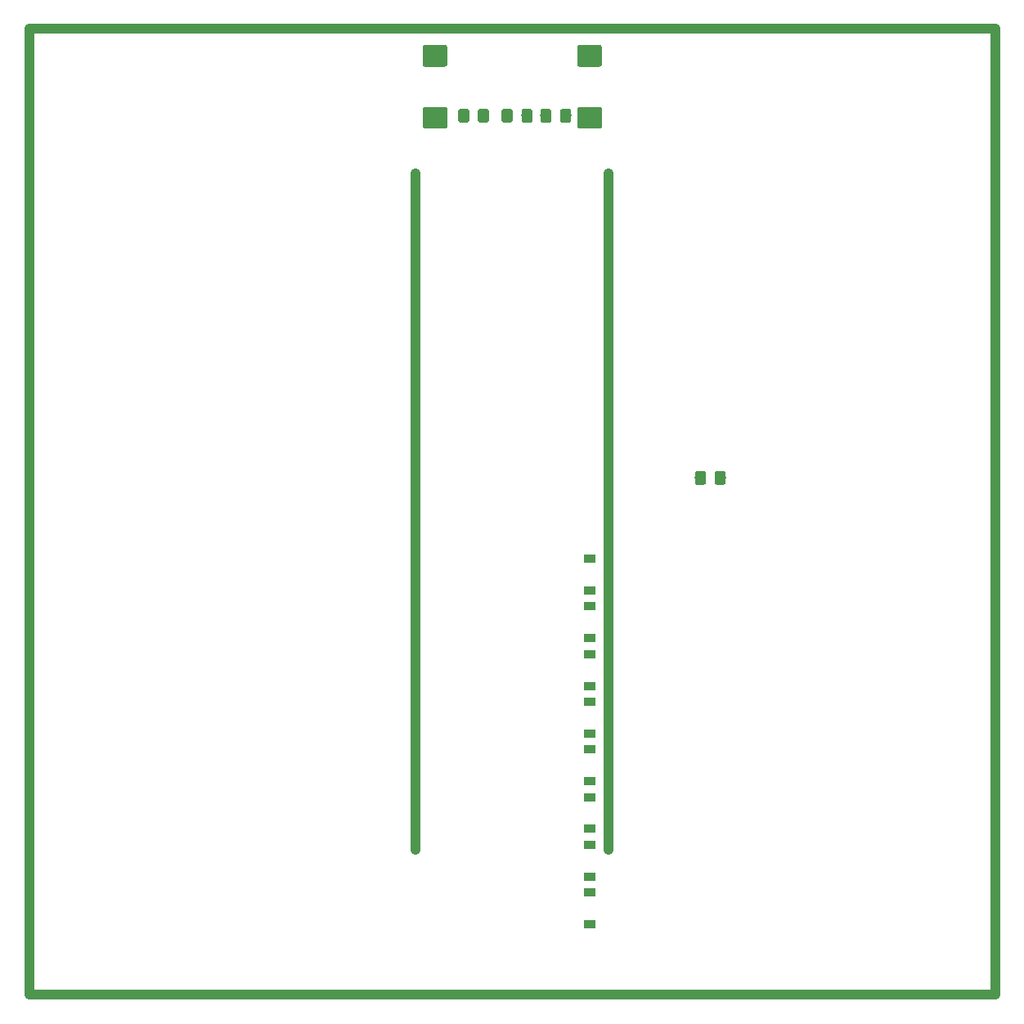
<source format=gbr>
%TF.GenerationSoftware,KiCad,Pcbnew,(5.0.0)*%
%TF.CreationDate,2019-01-26T23:41:26+01:00*%
%TF.ProjectId,Kicad_JE_SteinerVCF,4B696361645F4A455F537465696E6572,Rev A*%
%TF.SameCoordinates,Original*%
%TF.FileFunction,Paste,Top*%
%TF.FilePolarity,Positive*%
%FSLAX46Y46*%
G04 Gerber Fmt 4.6, Leading zero omitted, Abs format (unit mm)*
G04 Created by KiCad (PCBNEW (5.0.0)) date 01/26/19 23:41:26*
%MOMM*%
%LPD*%
G01*
G04 APERTURE LIST*
%ADD10C,1.000000*%
%ADD11R,1.200000X0.900000*%
%ADD12C,0.150000*%
%ADD13C,1.150000*%
%ADD14C,2.250000*%
G04 APERTURE END LIST*
D10*
X110000000Y-135000000D02*
X110000000Y-65000000D01*
X110000000Y-65000000D02*
X110000000Y-135000000D01*
X90000000Y-135000000D02*
X90000000Y-65000000D01*
X90000000Y-65000000D02*
X90000000Y-135000000D01*
X150000000Y-50000000D02*
X50000000Y-50000000D01*
X150000000Y-150000000D02*
X150000000Y-50000000D01*
X50000000Y-150000000D02*
X150000000Y-150000000D01*
X50000000Y-50000000D02*
X50000000Y-150000000D01*
D11*
X107986181Y-142695825D03*
X107986181Y-139395825D03*
X107986181Y-134463441D03*
X107986181Y-137763441D03*
X107986181Y-132831057D03*
X107986181Y-129531057D03*
X107986181Y-124598673D03*
X107986181Y-127898673D03*
X107986181Y-122966289D03*
X107986181Y-119666289D03*
X107986181Y-114733905D03*
X107986181Y-118033905D03*
X107986181Y-113101521D03*
X107986181Y-109801521D03*
X107986181Y-104869137D03*
X107986181Y-108169137D03*
D12*
G36*
X103824505Y-58301204D02*
X103848773Y-58304804D01*
X103872572Y-58310765D01*
X103895671Y-58319030D01*
X103917850Y-58329520D01*
X103938893Y-58342132D01*
X103958599Y-58356747D01*
X103976777Y-58373223D01*
X103993253Y-58391401D01*
X104007868Y-58411107D01*
X104020480Y-58432150D01*
X104030970Y-58454329D01*
X104039235Y-58477428D01*
X104045196Y-58501227D01*
X104048796Y-58525495D01*
X104050000Y-58549999D01*
X104050000Y-59450001D01*
X104048796Y-59474505D01*
X104045196Y-59498773D01*
X104039235Y-59522572D01*
X104030970Y-59545671D01*
X104020480Y-59567850D01*
X104007868Y-59588893D01*
X103993253Y-59608599D01*
X103976777Y-59626777D01*
X103958599Y-59643253D01*
X103938893Y-59657868D01*
X103917850Y-59670480D01*
X103895671Y-59680970D01*
X103872572Y-59689235D01*
X103848773Y-59695196D01*
X103824505Y-59698796D01*
X103800001Y-59700000D01*
X103149999Y-59700000D01*
X103125495Y-59698796D01*
X103101227Y-59695196D01*
X103077428Y-59689235D01*
X103054329Y-59680970D01*
X103032150Y-59670480D01*
X103011107Y-59657868D01*
X102991401Y-59643253D01*
X102973223Y-59626777D01*
X102956747Y-59608599D01*
X102942132Y-59588893D01*
X102929520Y-59567850D01*
X102919030Y-59545671D01*
X102910765Y-59522572D01*
X102904804Y-59498773D01*
X102901204Y-59474505D01*
X102900000Y-59450001D01*
X102900000Y-58549999D01*
X102901204Y-58525495D01*
X102904804Y-58501227D01*
X102910765Y-58477428D01*
X102919030Y-58454329D01*
X102929520Y-58432150D01*
X102942132Y-58411107D01*
X102956747Y-58391401D01*
X102973223Y-58373223D01*
X102991401Y-58356747D01*
X103011107Y-58342132D01*
X103032150Y-58329520D01*
X103054329Y-58319030D01*
X103077428Y-58310765D01*
X103101227Y-58304804D01*
X103125495Y-58301204D01*
X103149999Y-58300000D01*
X103800001Y-58300000D01*
X103824505Y-58301204D01*
X103824505Y-58301204D01*
G37*
D13*
X103475000Y-59000000D03*
D12*
G36*
X105874505Y-58301204D02*
X105898773Y-58304804D01*
X105922572Y-58310765D01*
X105945671Y-58319030D01*
X105967850Y-58329520D01*
X105988893Y-58342132D01*
X106008599Y-58356747D01*
X106026777Y-58373223D01*
X106043253Y-58391401D01*
X106057868Y-58411107D01*
X106070480Y-58432150D01*
X106080970Y-58454329D01*
X106089235Y-58477428D01*
X106095196Y-58501227D01*
X106098796Y-58525495D01*
X106100000Y-58549999D01*
X106100000Y-59450001D01*
X106098796Y-59474505D01*
X106095196Y-59498773D01*
X106089235Y-59522572D01*
X106080970Y-59545671D01*
X106070480Y-59567850D01*
X106057868Y-59588893D01*
X106043253Y-59608599D01*
X106026777Y-59626777D01*
X106008599Y-59643253D01*
X105988893Y-59657868D01*
X105967850Y-59670480D01*
X105945671Y-59680970D01*
X105922572Y-59689235D01*
X105898773Y-59695196D01*
X105874505Y-59698796D01*
X105850001Y-59700000D01*
X105199999Y-59700000D01*
X105175495Y-59698796D01*
X105151227Y-59695196D01*
X105127428Y-59689235D01*
X105104329Y-59680970D01*
X105082150Y-59670480D01*
X105061107Y-59657868D01*
X105041401Y-59643253D01*
X105023223Y-59626777D01*
X105006747Y-59608599D01*
X104992132Y-59588893D01*
X104979520Y-59567850D01*
X104969030Y-59545671D01*
X104960765Y-59522572D01*
X104954804Y-59498773D01*
X104951204Y-59474505D01*
X104950000Y-59450001D01*
X104950000Y-58549999D01*
X104951204Y-58525495D01*
X104954804Y-58501227D01*
X104960765Y-58477428D01*
X104969030Y-58454329D01*
X104979520Y-58432150D01*
X104992132Y-58411107D01*
X105006747Y-58391401D01*
X105023223Y-58373223D01*
X105041401Y-58356747D01*
X105061107Y-58342132D01*
X105082150Y-58329520D01*
X105104329Y-58319030D01*
X105127428Y-58310765D01*
X105151227Y-58304804D01*
X105175495Y-58301204D01*
X105199999Y-58300000D01*
X105850001Y-58300000D01*
X105874505Y-58301204D01*
X105874505Y-58301204D01*
G37*
D13*
X105525000Y-59000000D03*
D12*
G36*
X97374505Y-58301204D02*
X97398773Y-58304804D01*
X97422572Y-58310765D01*
X97445671Y-58319030D01*
X97467850Y-58329520D01*
X97488893Y-58342132D01*
X97508599Y-58356747D01*
X97526777Y-58373223D01*
X97543253Y-58391401D01*
X97557868Y-58411107D01*
X97570480Y-58432150D01*
X97580970Y-58454329D01*
X97589235Y-58477428D01*
X97595196Y-58501227D01*
X97598796Y-58525495D01*
X97600000Y-58549999D01*
X97600000Y-59450001D01*
X97598796Y-59474505D01*
X97595196Y-59498773D01*
X97589235Y-59522572D01*
X97580970Y-59545671D01*
X97570480Y-59567850D01*
X97557868Y-59588893D01*
X97543253Y-59608599D01*
X97526777Y-59626777D01*
X97508599Y-59643253D01*
X97488893Y-59657868D01*
X97467850Y-59670480D01*
X97445671Y-59680970D01*
X97422572Y-59689235D01*
X97398773Y-59695196D01*
X97374505Y-59698796D01*
X97350001Y-59700000D01*
X96699999Y-59700000D01*
X96675495Y-59698796D01*
X96651227Y-59695196D01*
X96627428Y-59689235D01*
X96604329Y-59680970D01*
X96582150Y-59670480D01*
X96561107Y-59657868D01*
X96541401Y-59643253D01*
X96523223Y-59626777D01*
X96506747Y-59608599D01*
X96492132Y-59588893D01*
X96479520Y-59567850D01*
X96469030Y-59545671D01*
X96460765Y-59522572D01*
X96454804Y-59498773D01*
X96451204Y-59474505D01*
X96450000Y-59450001D01*
X96450000Y-58549999D01*
X96451204Y-58525495D01*
X96454804Y-58501227D01*
X96460765Y-58477428D01*
X96469030Y-58454329D01*
X96479520Y-58432150D01*
X96492132Y-58411107D01*
X96506747Y-58391401D01*
X96523223Y-58373223D01*
X96541401Y-58356747D01*
X96561107Y-58342132D01*
X96582150Y-58329520D01*
X96604329Y-58319030D01*
X96627428Y-58310765D01*
X96651227Y-58304804D01*
X96675495Y-58301204D01*
X96699999Y-58300000D01*
X97350001Y-58300000D01*
X97374505Y-58301204D01*
X97374505Y-58301204D01*
G37*
D13*
X97025000Y-59000000D03*
D12*
G36*
X95324505Y-58301204D02*
X95348773Y-58304804D01*
X95372572Y-58310765D01*
X95395671Y-58319030D01*
X95417850Y-58329520D01*
X95438893Y-58342132D01*
X95458599Y-58356747D01*
X95476777Y-58373223D01*
X95493253Y-58391401D01*
X95507868Y-58411107D01*
X95520480Y-58432150D01*
X95530970Y-58454329D01*
X95539235Y-58477428D01*
X95545196Y-58501227D01*
X95548796Y-58525495D01*
X95550000Y-58549999D01*
X95550000Y-59450001D01*
X95548796Y-59474505D01*
X95545196Y-59498773D01*
X95539235Y-59522572D01*
X95530970Y-59545671D01*
X95520480Y-59567850D01*
X95507868Y-59588893D01*
X95493253Y-59608599D01*
X95476777Y-59626777D01*
X95458599Y-59643253D01*
X95438893Y-59657868D01*
X95417850Y-59670480D01*
X95395671Y-59680970D01*
X95372572Y-59689235D01*
X95348773Y-59695196D01*
X95324505Y-59698796D01*
X95300001Y-59700000D01*
X94649999Y-59700000D01*
X94625495Y-59698796D01*
X94601227Y-59695196D01*
X94577428Y-59689235D01*
X94554329Y-59680970D01*
X94532150Y-59670480D01*
X94511107Y-59657868D01*
X94491401Y-59643253D01*
X94473223Y-59626777D01*
X94456747Y-59608599D01*
X94442132Y-59588893D01*
X94429520Y-59567850D01*
X94419030Y-59545671D01*
X94410765Y-59522572D01*
X94404804Y-59498773D01*
X94401204Y-59474505D01*
X94400000Y-59450001D01*
X94400000Y-58549999D01*
X94401204Y-58525495D01*
X94404804Y-58501227D01*
X94410765Y-58477428D01*
X94419030Y-58454329D01*
X94429520Y-58432150D01*
X94442132Y-58411107D01*
X94456747Y-58391401D01*
X94473223Y-58373223D01*
X94491401Y-58356747D01*
X94511107Y-58342132D01*
X94532150Y-58329520D01*
X94554329Y-58319030D01*
X94577428Y-58310765D01*
X94601227Y-58304804D01*
X94625495Y-58301204D01*
X94649999Y-58300000D01*
X95300001Y-58300000D01*
X95324505Y-58301204D01*
X95324505Y-58301204D01*
G37*
D13*
X94975000Y-59000000D03*
D12*
G36*
X101874505Y-58301204D02*
X101898773Y-58304804D01*
X101922572Y-58310765D01*
X101945671Y-58319030D01*
X101967850Y-58329520D01*
X101988893Y-58342132D01*
X102008599Y-58356747D01*
X102026777Y-58373223D01*
X102043253Y-58391401D01*
X102057868Y-58411107D01*
X102070480Y-58432150D01*
X102080970Y-58454329D01*
X102089235Y-58477428D01*
X102095196Y-58501227D01*
X102098796Y-58525495D01*
X102100000Y-58549999D01*
X102100000Y-59450001D01*
X102098796Y-59474505D01*
X102095196Y-59498773D01*
X102089235Y-59522572D01*
X102080970Y-59545671D01*
X102070480Y-59567850D01*
X102057868Y-59588893D01*
X102043253Y-59608599D01*
X102026777Y-59626777D01*
X102008599Y-59643253D01*
X101988893Y-59657868D01*
X101967850Y-59670480D01*
X101945671Y-59680970D01*
X101922572Y-59689235D01*
X101898773Y-59695196D01*
X101874505Y-59698796D01*
X101850001Y-59700000D01*
X101199999Y-59700000D01*
X101175495Y-59698796D01*
X101151227Y-59695196D01*
X101127428Y-59689235D01*
X101104329Y-59680970D01*
X101082150Y-59670480D01*
X101061107Y-59657868D01*
X101041401Y-59643253D01*
X101023223Y-59626777D01*
X101006747Y-59608599D01*
X100992132Y-59588893D01*
X100979520Y-59567850D01*
X100969030Y-59545671D01*
X100960765Y-59522572D01*
X100954804Y-59498773D01*
X100951204Y-59474505D01*
X100950000Y-59450001D01*
X100950000Y-58549999D01*
X100951204Y-58525495D01*
X100954804Y-58501227D01*
X100960765Y-58477428D01*
X100969030Y-58454329D01*
X100979520Y-58432150D01*
X100992132Y-58411107D01*
X101006747Y-58391401D01*
X101023223Y-58373223D01*
X101041401Y-58356747D01*
X101061107Y-58342132D01*
X101082150Y-58329520D01*
X101104329Y-58319030D01*
X101127428Y-58310765D01*
X101151227Y-58304804D01*
X101175495Y-58301204D01*
X101199999Y-58300000D01*
X101850001Y-58300000D01*
X101874505Y-58301204D01*
X101874505Y-58301204D01*
G37*
D13*
X101525000Y-59000000D03*
D12*
G36*
X99824505Y-58301204D02*
X99848773Y-58304804D01*
X99872572Y-58310765D01*
X99895671Y-58319030D01*
X99917850Y-58329520D01*
X99938893Y-58342132D01*
X99958599Y-58356747D01*
X99976777Y-58373223D01*
X99993253Y-58391401D01*
X100007868Y-58411107D01*
X100020480Y-58432150D01*
X100030970Y-58454329D01*
X100039235Y-58477428D01*
X100045196Y-58501227D01*
X100048796Y-58525495D01*
X100050000Y-58549999D01*
X100050000Y-59450001D01*
X100048796Y-59474505D01*
X100045196Y-59498773D01*
X100039235Y-59522572D01*
X100030970Y-59545671D01*
X100020480Y-59567850D01*
X100007868Y-59588893D01*
X99993253Y-59608599D01*
X99976777Y-59626777D01*
X99958599Y-59643253D01*
X99938893Y-59657868D01*
X99917850Y-59670480D01*
X99895671Y-59680970D01*
X99872572Y-59689235D01*
X99848773Y-59695196D01*
X99824505Y-59698796D01*
X99800001Y-59700000D01*
X99149999Y-59700000D01*
X99125495Y-59698796D01*
X99101227Y-59695196D01*
X99077428Y-59689235D01*
X99054329Y-59680970D01*
X99032150Y-59670480D01*
X99011107Y-59657868D01*
X98991401Y-59643253D01*
X98973223Y-59626777D01*
X98956747Y-59608599D01*
X98942132Y-59588893D01*
X98929520Y-59567850D01*
X98919030Y-59545671D01*
X98910765Y-59522572D01*
X98904804Y-59498773D01*
X98901204Y-59474505D01*
X98900000Y-59450001D01*
X98900000Y-58549999D01*
X98901204Y-58525495D01*
X98904804Y-58501227D01*
X98910765Y-58477428D01*
X98919030Y-58454329D01*
X98929520Y-58432150D01*
X98942132Y-58411107D01*
X98956747Y-58391401D01*
X98973223Y-58373223D01*
X98991401Y-58356747D01*
X99011107Y-58342132D01*
X99032150Y-58329520D01*
X99054329Y-58319030D01*
X99077428Y-58310765D01*
X99101227Y-58304804D01*
X99125495Y-58301204D01*
X99149999Y-58300000D01*
X99800001Y-58300000D01*
X99824505Y-58301204D01*
X99824505Y-58301204D01*
G37*
D13*
X99475000Y-59000000D03*
D12*
G36*
X109049505Y-58076204D02*
X109073773Y-58079804D01*
X109097572Y-58085765D01*
X109120671Y-58094030D01*
X109142850Y-58104520D01*
X109163893Y-58117132D01*
X109183599Y-58131747D01*
X109201777Y-58148223D01*
X109218253Y-58166401D01*
X109232868Y-58186107D01*
X109245480Y-58207150D01*
X109255970Y-58229329D01*
X109264235Y-58252428D01*
X109270196Y-58276227D01*
X109273796Y-58300495D01*
X109275000Y-58324999D01*
X109275000Y-60075001D01*
X109273796Y-60099505D01*
X109270196Y-60123773D01*
X109264235Y-60147572D01*
X109255970Y-60170671D01*
X109245480Y-60192850D01*
X109232868Y-60213893D01*
X109218253Y-60233599D01*
X109201777Y-60251777D01*
X109183599Y-60268253D01*
X109163893Y-60282868D01*
X109142850Y-60295480D01*
X109120671Y-60305970D01*
X109097572Y-60314235D01*
X109073773Y-60320196D01*
X109049505Y-60323796D01*
X109025001Y-60325000D01*
X106974999Y-60325000D01*
X106950495Y-60323796D01*
X106926227Y-60320196D01*
X106902428Y-60314235D01*
X106879329Y-60305970D01*
X106857150Y-60295480D01*
X106836107Y-60282868D01*
X106816401Y-60268253D01*
X106798223Y-60251777D01*
X106781747Y-60233599D01*
X106767132Y-60213893D01*
X106754520Y-60192850D01*
X106744030Y-60170671D01*
X106735765Y-60147572D01*
X106729804Y-60123773D01*
X106726204Y-60099505D01*
X106725000Y-60075001D01*
X106725000Y-58324999D01*
X106726204Y-58300495D01*
X106729804Y-58276227D01*
X106735765Y-58252428D01*
X106744030Y-58229329D01*
X106754520Y-58207150D01*
X106767132Y-58186107D01*
X106781747Y-58166401D01*
X106798223Y-58148223D01*
X106816401Y-58131747D01*
X106836107Y-58117132D01*
X106857150Y-58104520D01*
X106879329Y-58094030D01*
X106902428Y-58085765D01*
X106926227Y-58079804D01*
X106950495Y-58076204D01*
X106974999Y-58075000D01*
X109025001Y-58075000D01*
X109049505Y-58076204D01*
X109049505Y-58076204D01*
G37*
D14*
X108000000Y-59200000D03*
D12*
G36*
X109049505Y-51676204D02*
X109073773Y-51679804D01*
X109097572Y-51685765D01*
X109120671Y-51694030D01*
X109142850Y-51704520D01*
X109163893Y-51717132D01*
X109183599Y-51731747D01*
X109201777Y-51748223D01*
X109218253Y-51766401D01*
X109232868Y-51786107D01*
X109245480Y-51807150D01*
X109255970Y-51829329D01*
X109264235Y-51852428D01*
X109270196Y-51876227D01*
X109273796Y-51900495D01*
X109275000Y-51924999D01*
X109275000Y-53675001D01*
X109273796Y-53699505D01*
X109270196Y-53723773D01*
X109264235Y-53747572D01*
X109255970Y-53770671D01*
X109245480Y-53792850D01*
X109232868Y-53813893D01*
X109218253Y-53833599D01*
X109201777Y-53851777D01*
X109183599Y-53868253D01*
X109163893Y-53882868D01*
X109142850Y-53895480D01*
X109120671Y-53905970D01*
X109097572Y-53914235D01*
X109073773Y-53920196D01*
X109049505Y-53923796D01*
X109025001Y-53925000D01*
X106974999Y-53925000D01*
X106950495Y-53923796D01*
X106926227Y-53920196D01*
X106902428Y-53914235D01*
X106879329Y-53905970D01*
X106857150Y-53895480D01*
X106836107Y-53882868D01*
X106816401Y-53868253D01*
X106798223Y-53851777D01*
X106781747Y-53833599D01*
X106767132Y-53813893D01*
X106754520Y-53792850D01*
X106744030Y-53770671D01*
X106735765Y-53747572D01*
X106729804Y-53723773D01*
X106726204Y-53699505D01*
X106725000Y-53675001D01*
X106725000Y-51924999D01*
X106726204Y-51900495D01*
X106729804Y-51876227D01*
X106735765Y-51852428D01*
X106744030Y-51829329D01*
X106754520Y-51807150D01*
X106767132Y-51786107D01*
X106781747Y-51766401D01*
X106798223Y-51748223D01*
X106816401Y-51731747D01*
X106836107Y-51717132D01*
X106857150Y-51704520D01*
X106879329Y-51694030D01*
X106902428Y-51685765D01*
X106926227Y-51679804D01*
X106950495Y-51676204D01*
X106974999Y-51675000D01*
X109025001Y-51675000D01*
X109049505Y-51676204D01*
X109049505Y-51676204D01*
G37*
D14*
X108000000Y-52800000D03*
D12*
G36*
X93049505Y-58076204D02*
X93073773Y-58079804D01*
X93097572Y-58085765D01*
X93120671Y-58094030D01*
X93142850Y-58104520D01*
X93163893Y-58117132D01*
X93183599Y-58131747D01*
X93201777Y-58148223D01*
X93218253Y-58166401D01*
X93232868Y-58186107D01*
X93245480Y-58207150D01*
X93255970Y-58229329D01*
X93264235Y-58252428D01*
X93270196Y-58276227D01*
X93273796Y-58300495D01*
X93275000Y-58324999D01*
X93275000Y-60075001D01*
X93273796Y-60099505D01*
X93270196Y-60123773D01*
X93264235Y-60147572D01*
X93255970Y-60170671D01*
X93245480Y-60192850D01*
X93232868Y-60213893D01*
X93218253Y-60233599D01*
X93201777Y-60251777D01*
X93183599Y-60268253D01*
X93163893Y-60282868D01*
X93142850Y-60295480D01*
X93120671Y-60305970D01*
X93097572Y-60314235D01*
X93073773Y-60320196D01*
X93049505Y-60323796D01*
X93025001Y-60325000D01*
X90974999Y-60325000D01*
X90950495Y-60323796D01*
X90926227Y-60320196D01*
X90902428Y-60314235D01*
X90879329Y-60305970D01*
X90857150Y-60295480D01*
X90836107Y-60282868D01*
X90816401Y-60268253D01*
X90798223Y-60251777D01*
X90781747Y-60233599D01*
X90767132Y-60213893D01*
X90754520Y-60192850D01*
X90744030Y-60170671D01*
X90735765Y-60147572D01*
X90729804Y-60123773D01*
X90726204Y-60099505D01*
X90725000Y-60075001D01*
X90725000Y-58324999D01*
X90726204Y-58300495D01*
X90729804Y-58276227D01*
X90735765Y-58252428D01*
X90744030Y-58229329D01*
X90754520Y-58207150D01*
X90767132Y-58186107D01*
X90781747Y-58166401D01*
X90798223Y-58148223D01*
X90816401Y-58131747D01*
X90836107Y-58117132D01*
X90857150Y-58104520D01*
X90879329Y-58094030D01*
X90902428Y-58085765D01*
X90926227Y-58079804D01*
X90950495Y-58076204D01*
X90974999Y-58075000D01*
X93025001Y-58075000D01*
X93049505Y-58076204D01*
X93049505Y-58076204D01*
G37*
D14*
X92000000Y-59200000D03*
D12*
G36*
X93049505Y-51676204D02*
X93073773Y-51679804D01*
X93097572Y-51685765D01*
X93120671Y-51694030D01*
X93142850Y-51704520D01*
X93163893Y-51717132D01*
X93183599Y-51731747D01*
X93201777Y-51748223D01*
X93218253Y-51766401D01*
X93232868Y-51786107D01*
X93245480Y-51807150D01*
X93255970Y-51829329D01*
X93264235Y-51852428D01*
X93270196Y-51876227D01*
X93273796Y-51900495D01*
X93275000Y-51924999D01*
X93275000Y-53675001D01*
X93273796Y-53699505D01*
X93270196Y-53723773D01*
X93264235Y-53747572D01*
X93255970Y-53770671D01*
X93245480Y-53792850D01*
X93232868Y-53813893D01*
X93218253Y-53833599D01*
X93201777Y-53851777D01*
X93183599Y-53868253D01*
X93163893Y-53882868D01*
X93142850Y-53895480D01*
X93120671Y-53905970D01*
X93097572Y-53914235D01*
X93073773Y-53920196D01*
X93049505Y-53923796D01*
X93025001Y-53925000D01*
X90974999Y-53925000D01*
X90950495Y-53923796D01*
X90926227Y-53920196D01*
X90902428Y-53914235D01*
X90879329Y-53905970D01*
X90857150Y-53895480D01*
X90836107Y-53882868D01*
X90816401Y-53868253D01*
X90798223Y-53851777D01*
X90781747Y-53833599D01*
X90767132Y-53813893D01*
X90754520Y-53792850D01*
X90744030Y-53770671D01*
X90735765Y-53747572D01*
X90729804Y-53723773D01*
X90726204Y-53699505D01*
X90725000Y-53675001D01*
X90725000Y-51924999D01*
X90726204Y-51900495D01*
X90729804Y-51876227D01*
X90735765Y-51852428D01*
X90744030Y-51829329D01*
X90754520Y-51807150D01*
X90767132Y-51786107D01*
X90781747Y-51766401D01*
X90798223Y-51748223D01*
X90816401Y-51731747D01*
X90836107Y-51717132D01*
X90857150Y-51704520D01*
X90879329Y-51694030D01*
X90902428Y-51685765D01*
X90926227Y-51679804D01*
X90950495Y-51676204D01*
X90974999Y-51675000D01*
X93025001Y-51675000D01*
X93049505Y-51676204D01*
X93049505Y-51676204D01*
G37*
D14*
X92000000Y-52800000D03*
D12*
G36*
X119824505Y-95801204D02*
X119848773Y-95804804D01*
X119872572Y-95810765D01*
X119895671Y-95819030D01*
X119917850Y-95829520D01*
X119938893Y-95842132D01*
X119958599Y-95856747D01*
X119976777Y-95873223D01*
X119993253Y-95891401D01*
X120007868Y-95911107D01*
X120020480Y-95932150D01*
X120030970Y-95954329D01*
X120039235Y-95977428D01*
X120045196Y-96001227D01*
X120048796Y-96025495D01*
X120050000Y-96049999D01*
X120050000Y-96950001D01*
X120048796Y-96974505D01*
X120045196Y-96998773D01*
X120039235Y-97022572D01*
X120030970Y-97045671D01*
X120020480Y-97067850D01*
X120007868Y-97088893D01*
X119993253Y-97108599D01*
X119976777Y-97126777D01*
X119958599Y-97143253D01*
X119938893Y-97157868D01*
X119917850Y-97170480D01*
X119895671Y-97180970D01*
X119872572Y-97189235D01*
X119848773Y-97195196D01*
X119824505Y-97198796D01*
X119800001Y-97200000D01*
X119149999Y-97200000D01*
X119125495Y-97198796D01*
X119101227Y-97195196D01*
X119077428Y-97189235D01*
X119054329Y-97180970D01*
X119032150Y-97170480D01*
X119011107Y-97157868D01*
X118991401Y-97143253D01*
X118973223Y-97126777D01*
X118956747Y-97108599D01*
X118942132Y-97088893D01*
X118929520Y-97067850D01*
X118919030Y-97045671D01*
X118910765Y-97022572D01*
X118904804Y-96998773D01*
X118901204Y-96974505D01*
X118900000Y-96950001D01*
X118900000Y-96049999D01*
X118901204Y-96025495D01*
X118904804Y-96001227D01*
X118910765Y-95977428D01*
X118919030Y-95954329D01*
X118929520Y-95932150D01*
X118942132Y-95911107D01*
X118956747Y-95891401D01*
X118973223Y-95873223D01*
X118991401Y-95856747D01*
X119011107Y-95842132D01*
X119032150Y-95829520D01*
X119054329Y-95819030D01*
X119077428Y-95810765D01*
X119101227Y-95804804D01*
X119125495Y-95801204D01*
X119149999Y-95800000D01*
X119800001Y-95800000D01*
X119824505Y-95801204D01*
X119824505Y-95801204D01*
G37*
D13*
X119475000Y-96500000D03*
D12*
G36*
X121874505Y-95801204D02*
X121898773Y-95804804D01*
X121922572Y-95810765D01*
X121945671Y-95819030D01*
X121967850Y-95829520D01*
X121988893Y-95842132D01*
X122008599Y-95856747D01*
X122026777Y-95873223D01*
X122043253Y-95891401D01*
X122057868Y-95911107D01*
X122070480Y-95932150D01*
X122080970Y-95954329D01*
X122089235Y-95977428D01*
X122095196Y-96001227D01*
X122098796Y-96025495D01*
X122100000Y-96049999D01*
X122100000Y-96950001D01*
X122098796Y-96974505D01*
X122095196Y-96998773D01*
X122089235Y-97022572D01*
X122080970Y-97045671D01*
X122070480Y-97067850D01*
X122057868Y-97088893D01*
X122043253Y-97108599D01*
X122026777Y-97126777D01*
X122008599Y-97143253D01*
X121988893Y-97157868D01*
X121967850Y-97170480D01*
X121945671Y-97180970D01*
X121922572Y-97189235D01*
X121898773Y-97195196D01*
X121874505Y-97198796D01*
X121850001Y-97200000D01*
X121199999Y-97200000D01*
X121175495Y-97198796D01*
X121151227Y-97195196D01*
X121127428Y-97189235D01*
X121104329Y-97180970D01*
X121082150Y-97170480D01*
X121061107Y-97157868D01*
X121041401Y-97143253D01*
X121023223Y-97126777D01*
X121006747Y-97108599D01*
X120992132Y-97088893D01*
X120979520Y-97067850D01*
X120969030Y-97045671D01*
X120960765Y-97022572D01*
X120954804Y-96998773D01*
X120951204Y-96974505D01*
X120950000Y-96950001D01*
X120950000Y-96049999D01*
X120951204Y-96025495D01*
X120954804Y-96001227D01*
X120960765Y-95977428D01*
X120969030Y-95954329D01*
X120979520Y-95932150D01*
X120992132Y-95911107D01*
X121006747Y-95891401D01*
X121023223Y-95873223D01*
X121041401Y-95856747D01*
X121061107Y-95842132D01*
X121082150Y-95829520D01*
X121104329Y-95819030D01*
X121127428Y-95810765D01*
X121151227Y-95804804D01*
X121175495Y-95801204D01*
X121199999Y-95800000D01*
X121850001Y-95800000D01*
X121874505Y-95801204D01*
X121874505Y-95801204D01*
G37*
D13*
X121525000Y-96500000D03*
M02*

</source>
